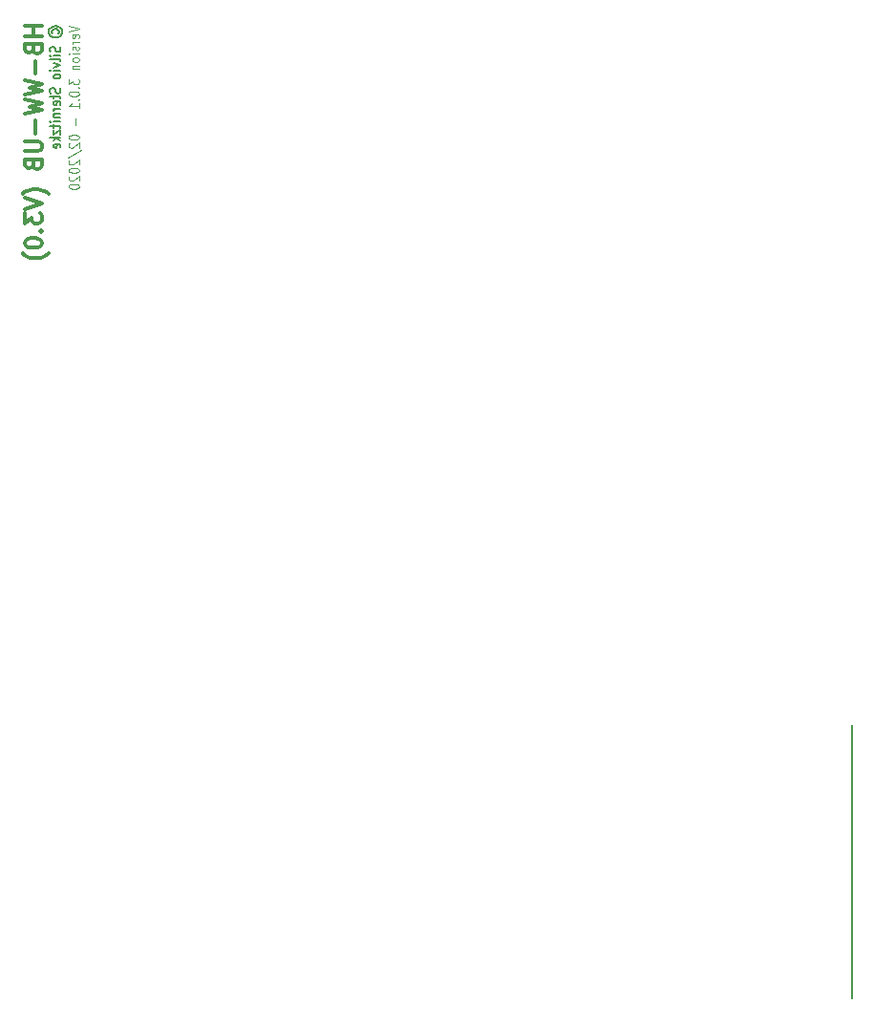
<source format=gbr>
G04 #@! TF.GenerationSoftware,KiCad,Pcbnew,(5.0.2)-1*
G04 #@! TF.CreationDate,2020-02-07T11:46:54+01:00*
G04 #@! TF.ProjectId,HB-WW-UB V2,48422d57-572d-4554-9220-56322e6b6963,V1.0.0*
G04 #@! TF.SameCoordinates,Original*
G04 #@! TF.FileFunction,Legend,Bot*
G04 #@! TF.FilePolarity,Positive*
%FSLAX46Y46*%
G04 Gerber Fmt 4.6, Leading zero omitted, Abs format (unit mm)*
G04 Created by KiCad (PCBNEW (5.0.2)-1) date 07.02.2020 11:46:54*
%MOMM*%
%LPD*%
G01*
G04 APERTURE LIST*
%ADD10C,0.200000*%
%ADD11C,0.300000*%
%ADD12C,0.120000*%
%ADD13C,0.150000*%
G04 APERTURE END LIST*
D10*
X184500000Y-178000000D02*
X184500000Y-153750000D01*
D11*
X112692571Y-91822285D02*
X111192571Y-91822285D01*
X111906857Y-91822285D02*
X111906857Y-92679428D01*
X112692571Y-92679428D02*
X111192571Y-92679428D01*
X111906857Y-93893714D02*
X111978285Y-94108000D01*
X112049714Y-94179428D01*
X112192571Y-94250857D01*
X112406857Y-94250857D01*
X112549714Y-94179428D01*
X112621142Y-94108000D01*
X112692571Y-93965142D01*
X112692571Y-93393714D01*
X111192571Y-93393714D01*
X111192571Y-93893714D01*
X111264000Y-94036571D01*
X111335428Y-94108000D01*
X111478285Y-94179428D01*
X111621142Y-94179428D01*
X111764000Y-94108000D01*
X111835428Y-94036571D01*
X111906857Y-93893714D01*
X111906857Y-93393714D01*
X112121142Y-94893714D02*
X112121142Y-96036571D01*
X111192571Y-96608000D02*
X112692571Y-96965142D01*
X111621142Y-97250857D01*
X112692571Y-97536571D01*
X111192571Y-97893714D01*
X111192571Y-98322285D02*
X112692571Y-98679428D01*
X111621142Y-98965142D01*
X112692571Y-99250857D01*
X111192571Y-99608000D01*
X112121142Y-100179428D02*
X112121142Y-101322285D01*
X111192571Y-102036571D02*
X112406857Y-102036571D01*
X112549714Y-102108000D01*
X112621142Y-102179428D01*
X112692571Y-102322285D01*
X112692571Y-102608000D01*
X112621142Y-102750857D01*
X112549714Y-102822285D01*
X112406857Y-102893714D01*
X111192571Y-102893714D01*
X111906857Y-104108000D02*
X111978285Y-104322285D01*
X112049714Y-104393714D01*
X112192571Y-104465142D01*
X112406857Y-104465142D01*
X112549714Y-104393714D01*
X112621142Y-104322285D01*
X112692571Y-104179428D01*
X112692571Y-103608000D01*
X111192571Y-103608000D01*
X111192571Y-104108000D01*
X111264000Y-104250857D01*
X111335428Y-104322285D01*
X111478285Y-104393714D01*
X111621142Y-104393714D01*
X111764000Y-104322285D01*
X111835428Y-104250857D01*
X111906857Y-104108000D01*
X111906857Y-103608000D01*
X113264000Y-106679428D02*
X113192571Y-106608000D01*
X112978285Y-106465142D01*
X112835428Y-106393714D01*
X112621142Y-106322285D01*
X112264000Y-106250857D01*
X111978285Y-106250857D01*
X111621142Y-106322285D01*
X111406857Y-106393714D01*
X111264000Y-106465142D01*
X111049714Y-106608000D01*
X110978285Y-106679428D01*
X111192571Y-107036571D02*
X112692571Y-107536571D01*
X111192571Y-108036571D01*
X111192571Y-108393714D02*
X111192571Y-109322285D01*
X111764000Y-108822285D01*
X111764000Y-109036571D01*
X111835428Y-109179428D01*
X111906857Y-109250857D01*
X112049714Y-109322285D01*
X112406857Y-109322285D01*
X112549714Y-109250857D01*
X112621142Y-109179428D01*
X112692571Y-109036571D01*
X112692571Y-108608000D01*
X112621142Y-108465142D01*
X112549714Y-108393714D01*
X112549714Y-109965142D02*
X112621142Y-110036571D01*
X112692571Y-109965142D01*
X112621142Y-109893714D01*
X112549714Y-109965142D01*
X112692571Y-109965142D01*
X111192571Y-110965142D02*
X111192571Y-111108000D01*
X111264000Y-111250857D01*
X111335428Y-111322285D01*
X111478285Y-111393714D01*
X111764000Y-111465142D01*
X112121142Y-111465142D01*
X112406857Y-111393714D01*
X112549714Y-111322285D01*
X112621142Y-111250857D01*
X112692571Y-111108000D01*
X112692571Y-110965142D01*
X112621142Y-110822285D01*
X112549714Y-110750857D01*
X112406857Y-110679428D01*
X112121142Y-110608000D01*
X111764000Y-110608000D01*
X111478285Y-110679428D01*
X111335428Y-110750857D01*
X111264000Y-110822285D01*
X111192571Y-110965142D01*
X113264000Y-111965142D02*
X113192571Y-112036571D01*
X112978285Y-112179428D01*
X112835428Y-112250857D01*
X112621142Y-112322285D01*
X112264000Y-112393714D01*
X111978285Y-112393714D01*
X111621142Y-112322285D01*
X111406857Y-112250857D01*
X111264000Y-112179428D01*
X111049714Y-112036571D01*
X110978285Y-111965142D01*
G04 #@! TO.C,Copy01*
D12*
X115077142Y-91810000D02*
X115977142Y-92060000D01*
X115077142Y-92310000D01*
X115934285Y-92845714D02*
X115977142Y-92774285D01*
X115977142Y-92631428D01*
X115934285Y-92560000D01*
X115848571Y-92524285D01*
X115505714Y-92524285D01*
X115420000Y-92560000D01*
X115377142Y-92631428D01*
X115377142Y-92774285D01*
X115420000Y-92845714D01*
X115505714Y-92881428D01*
X115591428Y-92881428D01*
X115677142Y-92524285D01*
X115977142Y-93202857D02*
X115377142Y-93202857D01*
X115548571Y-93202857D02*
X115462857Y-93238571D01*
X115420000Y-93274285D01*
X115377142Y-93345714D01*
X115377142Y-93417142D01*
X115934285Y-93631428D02*
X115977142Y-93702857D01*
X115977142Y-93845714D01*
X115934285Y-93917142D01*
X115848571Y-93952857D01*
X115805714Y-93952857D01*
X115720000Y-93917142D01*
X115677142Y-93845714D01*
X115677142Y-93738571D01*
X115634285Y-93667142D01*
X115548571Y-93631428D01*
X115505714Y-93631428D01*
X115420000Y-93667142D01*
X115377142Y-93738571D01*
X115377142Y-93845714D01*
X115420000Y-93917142D01*
X115977142Y-94274285D02*
X115377142Y-94274285D01*
X115077142Y-94274285D02*
X115120000Y-94238571D01*
X115162857Y-94274285D01*
X115120000Y-94310000D01*
X115077142Y-94274285D01*
X115162857Y-94274285D01*
X115977142Y-94738571D02*
X115934285Y-94667142D01*
X115891428Y-94631428D01*
X115805714Y-94595714D01*
X115548571Y-94595714D01*
X115462857Y-94631428D01*
X115420000Y-94667142D01*
X115377142Y-94738571D01*
X115377142Y-94845714D01*
X115420000Y-94917142D01*
X115462857Y-94952857D01*
X115548571Y-94988571D01*
X115805714Y-94988571D01*
X115891428Y-94952857D01*
X115934285Y-94917142D01*
X115977142Y-94845714D01*
X115977142Y-94738571D01*
X115377142Y-95310000D02*
X115977142Y-95310000D01*
X115462857Y-95310000D02*
X115420000Y-95345714D01*
X115377142Y-95417142D01*
X115377142Y-95524285D01*
X115420000Y-95595714D01*
X115505714Y-95631428D01*
X115977142Y-95631428D01*
X115077142Y-96488571D02*
X115077142Y-96952857D01*
X115420000Y-96702857D01*
X115420000Y-96810000D01*
X115462857Y-96881428D01*
X115505714Y-96917142D01*
X115591428Y-96952857D01*
X115805714Y-96952857D01*
X115891428Y-96917142D01*
X115934285Y-96881428D01*
X115977142Y-96810000D01*
X115977142Y-96595714D01*
X115934285Y-96524285D01*
X115891428Y-96488571D01*
X115891428Y-97274285D02*
X115934285Y-97310000D01*
X115977142Y-97274285D01*
X115934285Y-97238571D01*
X115891428Y-97274285D01*
X115977142Y-97274285D01*
X115077142Y-97774285D02*
X115077142Y-97845714D01*
X115120000Y-97917142D01*
X115162857Y-97952857D01*
X115248571Y-97988571D01*
X115420000Y-98024285D01*
X115634285Y-98024285D01*
X115805714Y-97988571D01*
X115891428Y-97952857D01*
X115934285Y-97917142D01*
X115977142Y-97845714D01*
X115977142Y-97774285D01*
X115934285Y-97702857D01*
X115891428Y-97667142D01*
X115805714Y-97631428D01*
X115634285Y-97595714D01*
X115420000Y-97595714D01*
X115248571Y-97631428D01*
X115162857Y-97667142D01*
X115120000Y-97702857D01*
X115077142Y-97774285D01*
X115891428Y-98345714D02*
X115934285Y-98381428D01*
X115977142Y-98345714D01*
X115934285Y-98310000D01*
X115891428Y-98345714D01*
X115977142Y-98345714D01*
X115977142Y-99095714D02*
X115977142Y-98667142D01*
X115977142Y-98881428D02*
X115077142Y-98881428D01*
X115205714Y-98810000D01*
X115291428Y-98738571D01*
X115334285Y-98667142D01*
X115634285Y-99988571D02*
X115634285Y-100560000D01*
X115077142Y-101631428D02*
X115077142Y-101702857D01*
X115120000Y-101774285D01*
X115162857Y-101810000D01*
X115248571Y-101845714D01*
X115420000Y-101881428D01*
X115634285Y-101881428D01*
X115805714Y-101845714D01*
X115891428Y-101810000D01*
X115934285Y-101774285D01*
X115977142Y-101702857D01*
X115977142Y-101631428D01*
X115934285Y-101560000D01*
X115891428Y-101524285D01*
X115805714Y-101488571D01*
X115634285Y-101452857D01*
X115420000Y-101452857D01*
X115248571Y-101488571D01*
X115162857Y-101524285D01*
X115120000Y-101560000D01*
X115077142Y-101631428D01*
X115162857Y-102167142D02*
X115120000Y-102202857D01*
X115077142Y-102274285D01*
X115077142Y-102452857D01*
X115120000Y-102524285D01*
X115162857Y-102560000D01*
X115248571Y-102595714D01*
X115334285Y-102595714D01*
X115462857Y-102560000D01*
X115977142Y-102131428D01*
X115977142Y-102595714D01*
X115034285Y-103452857D02*
X116191428Y-102810000D01*
X115162857Y-103667142D02*
X115120000Y-103702857D01*
X115077142Y-103774285D01*
X115077142Y-103952857D01*
X115120000Y-104024285D01*
X115162857Y-104060000D01*
X115248571Y-104095714D01*
X115334285Y-104095714D01*
X115462857Y-104060000D01*
X115977142Y-103631428D01*
X115977142Y-104095714D01*
X115077142Y-104560000D02*
X115077142Y-104631428D01*
X115120000Y-104702857D01*
X115162857Y-104738571D01*
X115248571Y-104774285D01*
X115420000Y-104810000D01*
X115634285Y-104810000D01*
X115805714Y-104774285D01*
X115891428Y-104738571D01*
X115934285Y-104702857D01*
X115977142Y-104631428D01*
X115977142Y-104560000D01*
X115934285Y-104488571D01*
X115891428Y-104452857D01*
X115805714Y-104417142D01*
X115634285Y-104381428D01*
X115420000Y-104381428D01*
X115248571Y-104417142D01*
X115162857Y-104452857D01*
X115120000Y-104488571D01*
X115077142Y-104560000D01*
X115162857Y-105095714D02*
X115120000Y-105131428D01*
X115077142Y-105202857D01*
X115077142Y-105381428D01*
X115120000Y-105452857D01*
X115162857Y-105488571D01*
X115248571Y-105524285D01*
X115334285Y-105524285D01*
X115462857Y-105488571D01*
X115977142Y-105060000D01*
X115977142Y-105524285D01*
X115077142Y-105988571D02*
X115077142Y-106060000D01*
X115120000Y-106131428D01*
X115162857Y-106167142D01*
X115248571Y-106202857D01*
X115420000Y-106238571D01*
X115634285Y-106238571D01*
X115805714Y-106202857D01*
X115891428Y-106167142D01*
X115934285Y-106131428D01*
X115977142Y-106060000D01*
X115977142Y-105988571D01*
X115934285Y-105917142D01*
X115891428Y-105881428D01*
X115805714Y-105845714D01*
X115634285Y-105810000D01*
X115420000Y-105810000D01*
X115248571Y-105845714D01*
X115162857Y-105881428D01*
X115120000Y-105917142D01*
X115077142Y-105988571D01*
D13*
X113640428Y-92468500D02*
X113597571Y-92397071D01*
X113597571Y-92254214D01*
X113640428Y-92182785D01*
X113726142Y-92111357D01*
X113811857Y-92075642D01*
X113983285Y-92075642D01*
X114069000Y-92111357D01*
X114154714Y-92182785D01*
X114197571Y-92254214D01*
X114197571Y-92397071D01*
X114154714Y-92468500D01*
X113297571Y-92325642D02*
X113340428Y-92147071D01*
X113469000Y-91968500D01*
X113683285Y-91861357D01*
X113897571Y-91825642D01*
X114111857Y-91861357D01*
X114326142Y-91968500D01*
X114454714Y-92147071D01*
X114497571Y-92325642D01*
X114454714Y-92504214D01*
X114326142Y-92682785D01*
X114111857Y-92789928D01*
X113897571Y-92825642D01*
X113683285Y-92789928D01*
X113469000Y-92682785D01*
X113340428Y-92504214D01*
X113297571Y-92325642D01*
X114283285Y-93682785D02*
X114326142Y-93789928D01*
X114326142Y-93968500D01*
X114283285Y-94039928D01*
X114240428Y-94075642D01*
X114154714Y-94111357D01*
X114069000Y-94111357D01*
X113983285Y-94075642D01*
X113940428Y-94039928D01*
X113897571Y-93968500D01*
X113854714Y-93825642D01*
X113811857Y-93754214D01*
X113769000Y-93718500D01*
X113683285Y-93682785D01*
X113597571Y-93682785D01*
X113511857Y-93718500D01*
X113469000Y-93754214D01*
X113426142Y-93825642D01*
X113426142Y-94004214D01*
X113469000Y-94111357D01*
X114326142Y-94432785D02*
X113726142Y-94432785D01*
X113426142Y-94432785D02*
X113469000Y-94397071D01*
X113511857Y-94432785D01*
X113469000Y-94468500D01*
X113426142Y-94432785D01*
X113511857Y-94432785D01*
X114326142Y-94897071D02*
X114283285Y-94825642D01*
X114197571Y-94789928D01*
X113426142Y-94789928D01*
X113726142Y-95111357D02*
X114326142Y-95289928D01*
X113726142Y-95468500D01*
X114326142Y-95754214D02*
X113726142Y-95754214D01*
X113426142Y-95754214D02*
X113469000Y-95718500D01*
X113511857Y-95754214D01*
X113469000Y-95789928D01*
X113426142Y-95754214D01*
X113511857Y-95754214D01*
X114326142Y-96218500D02*
X114283285Y-96147071D01*
X114240428Y-96111357D01*
X114154714Y-96075642D01*
X113897571Y-96075642D01*
X113811857Y-96111357D01*
X113769000Y-96147071D01*
X113726142Y-96218500D01*
X113726142Y-96325642D01*
X113769000Y-96397071D01*
X113811857Y-96432785D01*
X113897571Y-96468500D01*
X114154714Y-96468500D01*
X114240428Y-96432785D01*
X114283285Y-96397071D01*
X114326142Y-96325642D01*
X114326142Y-96218500D01*
X114283285Y-97325642D02*
X114326142Y-97432785D01*
X114326142Y-97611357D01*
X114283285Y-97682785D01*
X114240428Y-97718500D01*
X114154714Y-97754214D01*
X114069000Y-97754214D01*
X113983285Y-97718500D01*
X113940428Y-97682785D01*
X113897571Y-97611357D01*
X113854714Y-97468500D01*
X113811857Y-97397071D01*
X113769000Y-97361357D01*
X113683285Y-97325642D01*
X113597571Y-97325642D01*
X113511857Y-97361357D01*
X113469000Y-97397071D01*
X113426142Y-97468500D01*
X113426142Y-97647071D01*
X113469000Y-97754214D01*
X113726142Y-97968500D02*
X113726142Y-98254214D01*
X113426142Y-98075642D02*
X114197571Y-98075642D01*
X114283285Y-98111357D01*
X114326142Y-98182785D01*
X114326142Y-98254214D01*
X114283285Y-98789928D02*
X114326142Y-98718500D01*
X114326142Y-98575642D01*
X114283285Y-98504214D01*
X114197571Y-98468500D01*
X113854714Y-98468500D01*
X113769000Y-98504214D01*
X113726142Y-98575642D01*
X113726142Y-98718500D01*
X113769000Y-98789928D01*
X113854714Y-98825642D01*
X113940428Y-98825642D01*
X114026142Y-98468500D01*
X114326142Y-99147071D02*
X113726142Y-99147071D01*
X113897571Y-99147071D02*
X113811857Y-99182785D01*
X113769000Y-99218500D01*
X113726142Y-99289928D01*
X113726142Y-99361357D01*
X113726142Y-99611357D02*
X114326142Y-99611357D01*
X113811857Y-99611357D02*
X113769000Y-99647071D01*
X113726142Y-99718500D01*
X113726142Y-99825642D01*
X113769000Y-99897071D01*
X113854714Y-99932785D01*
X114326142Y-99932785D01*
X114326142Y-100289928D02*
X113726142Y-100289928D01*
X113426142Y-100289928D02*
X113469000Y-100254214D01*
X113511857Y-100289928D01*
X113469000Y-100325642D01*
X113426142Y-100289928D01*
X113511857Y-100289928D01*
X113726142Y-100539928D02*
X113726142Y-100825642D01*
X113426142Y-100647071D02*
X114197571Y-100647071D01*
X114283285Y-100682785D01*
X114326142Y-100754214D01*
X114326142Y-100825642D01*
X113726142Y-101004214D02*
X113726142Y-101397071D01*
X114326142Y-101004214D01*
X114326142Y-101397071D01*
X114326142Y-101682785D02*
X113426142Y-101682785D01*
X113983285Y-101754214D02*
X114326142Y-101968500D01*
X113726142Y-101968500D02*
X114069000Y-101682785D01*
X114283285Y-102575642D02*
X114326142Y-102504214D01*
X114326142Y-102361357D01*
X114283285Y-102289928D01*
X114197571Y-102254214D01*
X113854714Y-102254214D01*
X113769000Y-102289928D01*
X113726142Y-102361357D01*
X113726142Y-102504214D01*
X113769000Y-102575642D01*
X113854714Y-102611357D01*
X113940428Y-102611357D01*
X114026142Y-102254214D01*
G04 #@! TD*
M02*

</source>
